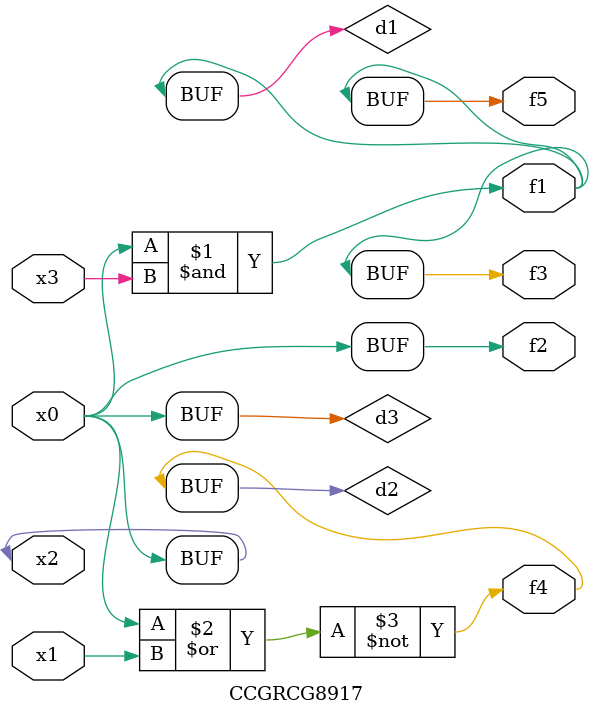
<source format=v>
module CCGRCG8917(
	input x0, x1, x2, x3,
	output f1, f2, f3, f4, f5
);

	wire d1, d2, d3;

	and (d1, x2, x3);
	nor (d2, x0, x1);
	buf (d3, x0, x2);
	assign f1 = d1;
	assign f2 = d3;
	assign f3 = d1;
	assign f4 = d2;
	assign f5 = d1;
endmodule

</source>
